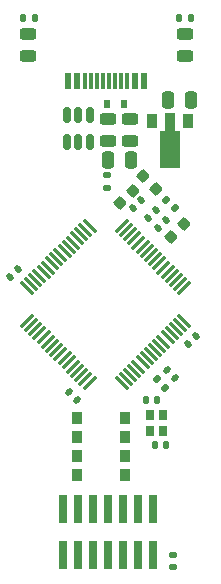
<source format=gtp>
G04 #@! TF.GenerationSoftware,KiCad,Pcbnew,6.0.1-79c1e3a40b~116~ubuntu20.04.1*
G04 #@! TF.CreationDate,2022-07-08T20:05:53+02:00*
G04 #@! TF.ProjectId,microcontroller_mini,6d696372-6f63-46f6-9e74-726f6c6c6572,rev?*
G04 #@! TF.SameCoordinates,Original*
G04 #@! TF.FileFunction,Paste,Top*
G04 #@! TF.FilePolarity,Positive*
%FSLAX46Y46*%
G04 Gerber Fmt 4.6, Leading zero omitted, Abs format (unit mm)*
G04 Created by KiCad (PCBNEW 6.0.1-79c1e3a40b~116~ubuntu20.04.1) date 2022-07-08 20:05:53*
%MOMM*%
%LPD*%
G01*
G04 APERTURE LIST*
G04 Aperture macros list*
%AMRoundRect*
0 Rectangle with rounded corners*
0 $1 Rounding radius*
0 $2 $3 $4 $5 $6 $7 $8 $9 X,Y pos of 4 corners*
0 Add a 4 corners polygon primitive as box body*
4,1,4,$2,$3,$4,$5,$6,$7,$8,$9,$2,$3,0*
0 Add four circle primitives for the rounded corners*
1,1,$1+$1,$2,$3*
1,1,$1+$1,$4,$5*
1,1,$1+$1,$6,$7*
1,1,$1+$1,$8,$9*
0 Add four rect primitives between the rounded corners*
20,1,$1+$1,$2,$3,$4,$5,0*
20,1,$1+$1,$4,$5,$6,$7,0*
20,1,$1+$1,$6,$7,$8,$9,0*
20,1,$1+$1,$8,$9,$2,$3,0*%
%AMFreePoly0*
4,1,9,3.862500,-0.866500,0.737500,-0.866500,0.737500,-0.450000,-0.737500,-0.450000,-0.737500,0.450000,0.737500,0.450000,0.737500,0.866500,3.862500,0.866500,3.862500,-0.866500,3.862500,-0.866500,$1*%
G04 Aperture macros list end*
%ADD10R,0.600000X0.700000*%
%ADD11RoundRect,0.135000X0.185000X-0.135000X0.185000X0.135000X-0.185000X0.135000X-0.185000X-0.135000X0*%
%ADD12R,0.800000X0.900000*%
%ADD13RoundRect,0.225000X0.335876X0.017678X0.017678X0.335876X-0.335876X-0.017678X-0.017678X-0.335876X0*%
%ADD14RoundRect,0.135000X-0.226274X-0.035355X-0.035355X-0.226274X0.226274X0.035355X0.035355X0.226274X0*%
%ADD15RoundRect,0.150000X0.150000X-0.512500X0.150000X0.512500X-0.150000X0.512500X-0.150000X-0.512500X0*%
%ADD16R,0.900000X1.300000*%
%ADD17FreePoly0,270.000000*%
%ADD18RoundRect,0.135000X0.226274X0.035355X0.035355X0.226274X-0.226274X-0.035355X-0.035355X-0.226274X0*%
%ADD19RoundRect,0.225000X0.017678X-0.335876X0.335876X-0.017678X-0.017678X0.335876X-0.335876X0.017678X0*%
%ADD20RoundRect,0.140000X-0.219203X-0.021213X-0.021213X-0.219203X0.219203X0.021213X0.021213X0.219203X0*%
%ADD21RoundRect,0.243750X0.456250X-0.243750X0.456250X0.243750X-0.456250X0.243750X-0.456250X-0.243750X0*%
%ADD22RoundRect,0.135000X0.135000X0.185000X-0.135000X0.185000X-0.135000X-0.185000X0.135000X-0.185000X0*%
%ADD23R,0.900000X1.000000*%
%ADD24RoundRect,0.250000X0.250000X0.475000X-0.250000X0.475000X-0.250000X-0.475000X0.250000X-0.475000X0*%
%ADD25R,0.740000X2.400000*%
%ADD26RoundRect,0.243750X-0.456250X0.243750X-0.456250X-0.243750X0.456250X-0.243750X0.456250X0.243750X0*%
%ADD27RoundRect,0.140000X0.021213X-0.219203X0.219203X-0.021213X-0.021213X0.219203X-0.219203X0.021213X0*%
%ADD28RoundRect,0.140000X-0.021213X0.219203X-0.219203X0.021213X0.021213X-0.219203X0.219203X-0.021213X0*%
%ADD29RoundRect,0.135000X-0.135000X-0.185000X0.135000X-0.185000X0.135000X0.185000X-0.135000X0.185000X0*%
%ADD30RoundRect,0.140000X0.140000X0.170000X-0.140000X0.170000X-0.140000X-0.170000X0.140000X-0.170000X0*%
%ADD31RoundRect,0.140000X0.219203X0.021213X0.021213X0.219203X-0.219203X-0.021213X-0.021213X-0.219203X0*%
%ADD32RoundRect,0.140000X-0.140000X-0.170000X0.140000X-0.170000X0.140000X0.170000X-0.140000X0.170000X0*%
%ADD33RoundRect,0.250000X-0.250000X-0.475000X0.250000X-0.475000X0.250000X0.475000X-0.250000X0.475000X0*%
%ADD34RoundRect,0.135000X-0.185000X0.135000X-0.185000X-0.135000X0.185000X-0.135000X0.185000X0.135000X0*%
%ADD35RoundRect,0.075000X0.548008X0.441942X0.441942X0.548008X-0.548008X-0.441942X-0.441942X-0.548008X0*%
%ADD36RoundRect,0.075000X0.548008X-0.441942X-0.441942X0.548008X-0.548008X0.441942X0.441942X-0.548008X0*%
%ADD37R,0.600000X1.450000*%
%ADD38R,0.300000X1.450000*%
G04 APERTURE END LIST*
D10*
X97100000Y-57800000D03*
X95700000Y-57800000D03*
D11*
X95700000Y-63880000D03*
X95700000Y-64900000D03*
D12*
X100380000Y-84140000D03*
X100380000Y-85540000D03*
X99280000Y-85540000D03*
X99280000Y-84140000D03*
D13*
X98751992Y-63951992D03*
X99848008Y-65048008D03*
D14*
X101421602Y-66670624D03*
X100700354Y-65949376D03*
D15*
X92300000Y-58800000D03*
X93250000Y-58800000D03*
X94200000Y-58800000D03*
X94200000Y-61075000D03*
X93250000Y-61075000D03*
X92300000Y-61075000D03*
D16*
X99500000Y-59300000D03*
D17*
X101000000Y-59387500D03*
D16*
X102500000Y-59300000D03*
D18*
X99900354Y-81149376D03*
X100621602Y-81870624D03*
D19*
X102208986Y-67961992D03*
X101112970Y-69058008D03*
D20*
X101400389Y-81049411D03*
X100721567Y-80370589D03*
D21*
X97600000Y-59125000D03*
X97600000Y-61000000D03*
D22*
X101790000Y-50510000D03*
X102810000Y-50510000D03*
D19*
X97848008Y-65151992D03*
X96751992Y-66248008D03*
D23*
X93100000Y-86000000D03*
X93100000Y-84400000D03*
X97200000Y-84400000D03*
X97200000Y-86000000D03*
D24*
X95800000Y-62562500D03*
X97700000Y-62562500D03*
D25*
X99610000Y-92150000D03*
X99610000Y-96050000D03*
X98340000Y-92150000D03*
X98340000Y-96050000D03*
X97070000Y-92150000D03*
X97070000Y-96050000D03*
X95800000Y-92150000D03*
X95800000Y-96050000D03*
X94530000Y-92150000D03*
X94530000Y-96050000D03*
X93260000Y-92150000D03*
X93260000Y-96050000D03*
X91990000Y-92150000D03*
X91990000Y-96050000D03*
D26*
X95800000Y-61000000D03*
X95800000Y-59125000D03*
D27*
X98539411Y-65960589D03*
X97860589Y-66639411D03*
D28*
X102560589Y-78139411D03*
X103239411Y-77460589D03*
D29*
X89560978Y-50510000D03*
X88540978Y-50510000D03*
D30*
X99730000Y-86740000D03*
X100690000Y-86740000D03*
D27*
X99860978Y-66810000D03*
X99182156Y-67488822D03*
D26*
X89000000Y-53747500D03*
X89000000Y-51872500D03*
D31*
X92421567Y-82170589D03*
X93100389Y-82849411D03*
D26*
X102300000Y-53737500D03*
X102300000Y-51862500D03*
D23*
X93100000Y-87600000D03*
X93100000Y-89200000D03*
X97200000Y-89200000D03*
X97200000Y-87600000D03*
D32*
X99910978Y-82890000D03*
X98950978Y-82890000D03*
D27*
X100660978Y-67610000D03*
X99982156Y-68288822D03*
D33*
X102750000Y-57500000D03*
X100850000Y-57500000D03*
D34*
X101260978Y-97020000D03*
X101260978Y-96000000D03*
D35*
X94199797Y-81474481D03*
X93846244Y-81120928D03*
X93492691Y-80767375D03*
X93139137Y-80413821D03*
X92785584Y-80060268D03*
X92432030Y-79706714D03*
X92078477Y-79353161D03*
X91724924Y-78999608D03*
X91371370Y-78646054D03*
X91017817Y-78292501D03*
X90664264Y-77938948D03*
X90310710Y-77585394D03*
X89957157Y-77231841D03*
X89603603Y-76878287D03*
X89250050Y-76524734D03*
X88896497Y-76171181D03*
D36*
X88896497Y-73448819D03*
X89250050Y-73095266D03*
X89603603Y-72741713D03*
X89957157Y-72388159D03*
X90310710Y-72034606D03*
X90664264Y-71681052D03*
X91017817Y-71327499D03*
X91371370Y-70973946D03*
X91724924Y-70620392D03*
X92078477Y-70266839D03*
X92432030Y-69913286D03*
X92785584Y-69559732D03*
X93139137Y-69206179D03*
X93492691Y-68852625D03*
X93846244Y-68499072D03*
X94199797Y-68145519D03*
D35*
X96922159Y-68145519D03*
X97275712Y-68499072D03*
X97629265Y-68852625D03*
X97982819Y-69206179D03*
X98336372Y-69559732D03*
X98689926Y-69913286D03*
X99043479Y-70266839D03*
X99397032Y-70620392D03*
X99750586Y-70973946D03*
X100104139Y-71327499D03*
X100457692Y-71681052D03*
X100811246Y-72034606D03*
X101164799Y-72388159D03*
X101518353Y-72741713D03*
X101871906Y-73095266D03*
X102225459Y-73448819D03*
D36*
X102225459Y-76171181D03*
X101871906Y-76524734D03*
X101518353Y-76878287D03*
X101164799Y-77231841D03*
X100811246Y-77585394D03*
X100457692Y-77938948D03*
X100104139Y-78292501D03*
X99750586Y-78646054D03*
X99397032Y-78999608D03*
X99043479Y-79353161D03*
X98689926Y-79706714D03*
X98336372Y-80060268D03*
X97982819Y-80413821D03*
X97629265Y-80767375D03*
X97275712Y-81120928D03*
X96922159Y-81474481D03*
D27*
X88100389Y-71770589D03*
X87421567Y-72449411D03*
D37*
X98850000Y-55885000D03*
X98050000Y-55885000D03*
D38*
X97350000Y-55885000D03*
X96350000Y-55885000D03*
X94850000Y-55885000D03*
X93850000Y-55885000D03*
D37*
X93150000Y-55885000D03*
X92350000Y-55885000D03*
X92350000Y-55885000D03*
X93150000Y-55885000D03*
D38*
X94350000Y-55885000D03*
X95350000Y-55885000D03*
X95850000Y-55885000D03*
X96850000Y-55885000D03*
D37*
X98050000Y-55885000D03*
X98850000Y-55885000D03*
M02*

</source>
